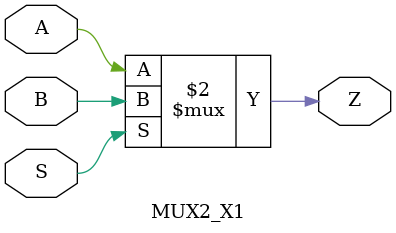
<source format=v>

module mux21_SIZE4_3 ( IN0, IN1, CTRL, OUT1 );
  input [3:0] IN0;
  input [3:0] IN1;
  output [3:0] OUT1;
  input CTRL;

  wire [3:0] mux1_out;
  wire [3:0] mux2_out;
  wire [3:0] mux3_out;
  wire [3:0] mux4_out;

  MUX2_X1 U1 ( .A(IN0[3]), .B(IN1[3]), .S(CTRL), .Z(mux1_out[3]) );
  MUX2_X1 U2 ( .A(IN0[2]), .B(IN1[2]), .S(CTRL), .Z(mux2_out[2]) );
  MUX2_X1 U3 ( .A(IN0[1]), .B(IN1[1]), .S(CTRL), .Z(mux3_out[1]) );
  MUX2_X1 U4 ( .A(IN0[0]), .B(IN1[0]), .S(CTRL), .Z(mux4_out[0]) );

  assign OUT1 = {mux1_out[3], mux2_out[2], mux3_out[1], mux4_out[0]};
endmodule
module MUX2_X1 ( A, B, S, Z );
  input A, B, S;
  output Z;

  assign Z = (S == 0)? A : B;
endmodule
</source>
